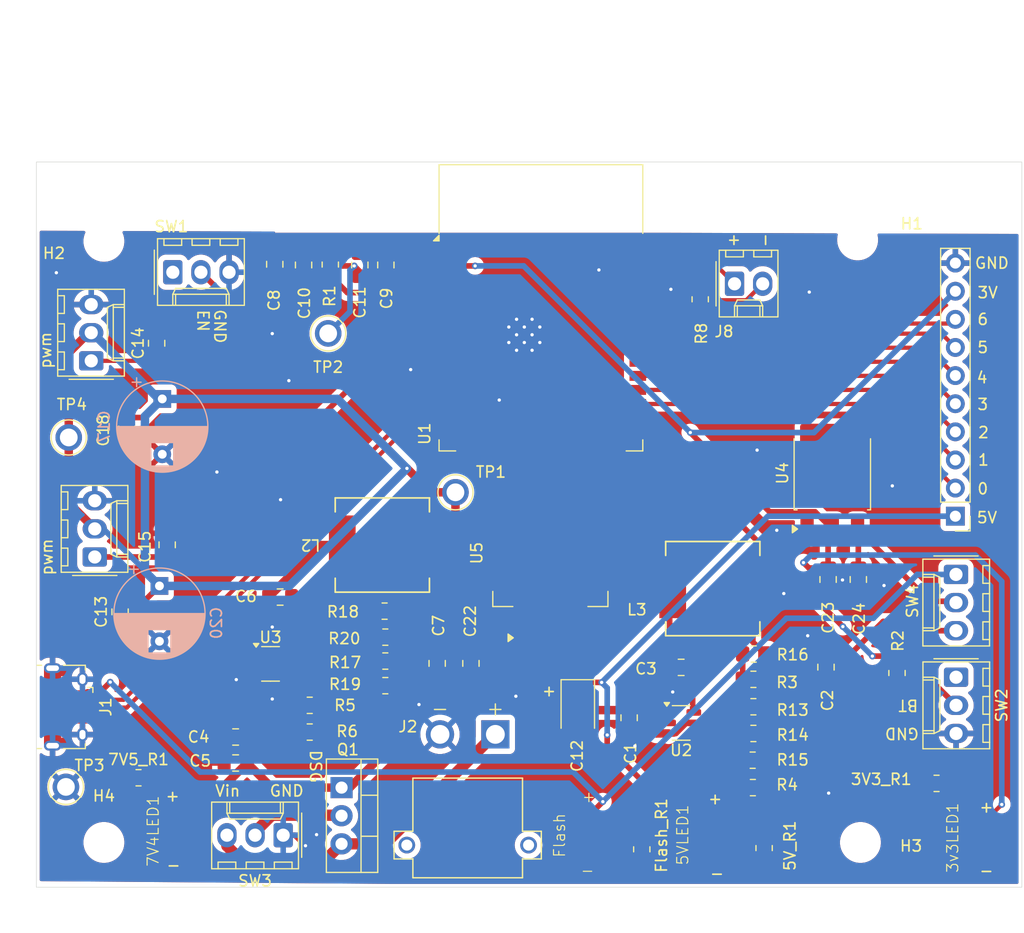
<source format=kicad_pcb>
(kicad_pcb (version 20240108) (generator "pcbnew") (generator_version "8.0")
  (layers (0 "F.Cu" signal) (31 "B.Cu" signal) (34 "B.Paste" user) (35 "F.Paste" user) (36 "B.SilkS" user "B.Silkscreen") (37 "F.SilkS" user "F.Silkscreen") (38 "B.Mask" user) (39 "F.Mask" user) (44 "Edge.Cuts" user))
  (net 0 "")
  (net 1 "+3.3V")
  (net 2 "Net-(3v3LED1-K)")
  (net 3 "+5V")
  (net 4 "Net-(5VLED1-K)")
  (net 5 "+7.5V")
  (net 6 "Net-(7V4LED1-K)")
  (net 7 "GND")
  (net 8 "Net-(U2-SW)")
  (net 9 "Net-(U2-VBST)")
  (net 10 "Net-(U3-VBST)")
  (net 11 "Net-(U3-SW)")
  (net 12 "/3v3Buckout")
  (net 13 "/EN")
  (net 14 "/USB_VDD")
  (net 15 "Net-(FlashLED1-K)")
  (net 16 "/D+")
  (net 17 "/D-")
  (net 18 "/Vin")
  (net 19 "/LED1")
  (net 20 "/pwm1")
  (net 21 "/pwm2")
  (net 22 "/IO0")
  (net 23 "/IO3")
  (net 24 "/IO2")
  (net 25 "/IO6")
  (net 26 "/IO4")
  (net 27 "/IO5")
  (net 28 "/IO1")
  (net 29 "Net-(J8-Pin_2)")
  (net 30 "/5VBuckout")
  (net 31 "Net-(SW2-B)")
  (net 32 "/Boot")
  (net 33 "Net-(U2-VFB)")
  (net 34 "Net-(U3-VFB)")
  (net 58 "/3v3Switchout")
  (net 59 "/Gate")
  (net 60 "Net-(R13-Pad1)")
  (net 61 "Net-(R13-Pad2)")
  (net 62 "Net-(R17-Pad2)")
  (net 63 "Net-(R17-Pad1)")
  (net 64 "/NC")
  (net 66 "unconnected-(U1-IO6-Pad6)")
  (footprint "Resistor_SMD:R_0805_2012Metric_Pad1.20x1.40mm_HandSolder" (layer "F.Cu") (at 122.4915 32.2625 -90)
    (property "Reference" "R1")
    (property "Value" "10k")
  )
  (footprint "Resistor_SMD:R_0805_2012Metric_Pad1.20x1.40mm_HandSolder" (layer "F.Cu") (at 155.9 35.4 -90)
    (property "Reference" "R8")
    (property "Value" "100")
  )
  (footprint "Resistor_SMD:R_0805_2012Metric_Pad1.20x1.40mm_HandSolder" (layer "F.Cu") (at 127.4605 65.913)
    (property "Reference" "R20")
    (property "Value" "R_5P1")
  )
  (footprint "Connector_Molex:Molex_KK-254_AE-6410-03A_1x03_P2.54mm_Vertical" (layer "F.Cu") (at 108.2675 32.9565)
    (property "Reference" "SW1")
    (property "Value" "Enable Switch" (hide yes))
  )
  (footprint "Resistor_SMD:R_0805_2012Metric_Pad1.20x1.40mm_HandSolder" (layer "F.Cu") (at 120.634 72.0725 180)
    (property "Reference" "R5")
    (property "Value" "R_5S2")
  )
  (footprint "Package_TO_SOT_SMD:TO-263-3_TabPin4" (layer "F.Cu") (at 142.367 58.323 90)
    (property "Reference" "U5")
    (property "Value" "MIC29300-5.0WU-TR")
  )
  (footprint "MountingHole:MountingHole_3.2mm_M3" (layer "F.Cu") (at 170.1165 30.0355)
    (property "Reference" "H1")
    (property "Value" "MountingHole" (hide yes))
  )
  (footprint "Capacitor_SMD:C_0805_2012Metric_Pad1.18x1.45mm_HandSolder" (layer "F.Cu") (at 125.1585 32.3 90)
    (property "Reference" "C11")
    (property "Value" "10uF")
  )
  (footprint "Connector_Molex:Molex_KK-254_AE-6410-02A_1x02_P2.54mm_Vertical" (layer "F.Cu") (at 159 34)
    (property "Reference" "J8")
    (property "Value" "LEDIO" (hide yes))
  )
  (footprint "Resistor_SMD:R_0805_2012Metric_Pad1.20x1.40mm_HandSolder" (layer "F.Cu") (at 127.397 63.5635 180)
    (property "Reference" "R18")
    (property "Value" "R_5S1")
  )
  (footprint "Personal:TP_5014" (layer "F.Cu") (at 98.8695 47.879)
    (property "Reference" "TP4")
    (property "Value" "MotorTP")
  )
  (footprint "Personal:TP_5014" (layer "F.Cu") (at 98.6155 79.4385)
    (property "Reference" "TP3")
    (property "Value" "GND")
  )
  (footprint "Capacitor_SMD:C_0805_2012Metric_Pad1.18x1.45mm_HandSolder" (layer "F.Cu") (at 113.9405 77.2795 180)
    (property "Reference" "C5")
    (property "Value" "10uF")
  )
  (footprint "Personal:IND_IHLP-3232DZ_VIS" (layer "F.Cu") (at 127.1905 57.5945 180)
    (property "Reference" "L2")
    (property "Value" "IHLP3232DZER3R3M01")
  )
  (footprint "Package_TO_SOT_SMD:SOT-23-6" (layer "F.Cu") (at 154.1835 73.66)
    (property "Reference" "U2")
    (property "Value" "TPS562201DDCR")
  )
  (footprint "Capacitor_SMD:C_0805_2012Metric_Pad1.18x1.45mm_HandSolder" (layer "F.Cu") (at 120.0785 32.3 90)
    (property "Reference" "C10")
    (property "Value" "1uF")
  )
  (footprint "Capacitor_SMD:C_0805_2012Metric_Pad1.18x1.45mm_HandSolder" (layer "F.Cu") (at 106.807 39.37 90)
    (property "Reference" "C14")
    (property "Value" "100nF")
  )
  (footprint "Resistor_SMD:R_0805_2012Metric_Pad1.20x1.40mm_HandSolder" (layer "F.Cu") (at 177.2445 79.121)
    (property "Reference" "3V3_R1")
    (property "Value" "60")
  )
  (footprint "Resistor_SMD:R_0805_2012Metric_Pad1.20x1.40mm_HandSolder" (layer "F.Cu") (at 150.622 85.074 -90)
    (property "Reference" "Flash_R1")
    (property "Value" "100")
  )
  (footprint "Resistor_SMD:R_0805_2012Metric_Pad1.20x1.40mm_HandSolder" (layer "F.Cu") (at 160.7025 74.6125)
    (property "Reference" "R14")
    (property "Value" "R_3p2")
  )
  (footprint "MountingHole:MountingHole_3.2mm_M3" (layer "F.Cu") (at 102.0445 30.1625)
    (property "Reference" "H2")
    (property "Value" "MountingHole" (hide yes))
  )
  (footprint "Capacitor_SMD:C_0805_2012Metric_Pad1.18x1.45mm_HandSolder" (layer "F.Cu") (at 104.1185 47.117 -90)
    (property "Reference" "C18")
    (property "Value" "1uF")
  )
  (footprint "Connector_Molex:Molex_KK-254_AE-6410-03A_1x03_P2.54mm_Vertical" (layer "F.Cu") (at 100.9015 40.9575 90)
    (property "Reference" "J4" (hide yes))
    (property "Value" "Servo1")
  )
  (footprint "Personal:TP_5014" (layer "F.Cu") (at 133.7945 52.832)
    (property "Reference" "TP1")
    (property "Value" "+5V")
  )
  (footprint "Personal:TP_5014" (layer "F.Cu") (at 122.301 38.481)
    (property "Reference" "TP2")
    (property "Value" "+3.3")
  )
  (footprint "Capacitor_SMD:C_0805_2012Metric_Pad1.18x1.45mm_HandSolder" (layer "F.Cu") (at 113.9405 74.93 180)
    (property "Reference" "C4")
    (property "Value" "100nF")
  )
  (footprint "Connector_Molex:Molex_KK-254_AE-6410-03A_1x03_P2.54mm_Vertical" (layer "F.Cu") (at 118.237 83.8 180)
    (property "Reference" "SW3")
    (property "Value" "On/Off")
  )
  (footprint "Resistor_SMD:R_0805_2012Metric_Pad1.20x1.40mm_HandSolder" (layer "F.Cu") (at 160.7025 72.1995)
    (property "Reference" "R13")
    (property "Value" "R_3p3")
  )
  (footprint "Capacitor_SMD:C_0805_2012Metric_Pad1.18x1.45mm_HandSolder" (layer "F.Cu") (at 154.178 68.6435 180)
    (property "Reference" "C3")
    (property "Value" "100nF")
  )
  (footprint "Resistor_SMD:R_0805_2012Metric_Pad1.20x1.40mm_HandSolder" (layer "F.Cu") (at 160.655 79.502)
    (property "Reference" "R4")
    (property "Value" "10k")
  )
  (footprint "Resistor_SMD:R_0805_2012Metric_Pad1.20x1.40mm_HandSolder" (layer "F.Cu") (at 127.4605 70.2945)
    (property "Reference" "R19")
    (property "Value" "R_5P3")
  )
  (footprint "Connector_PinHeader_2.54mm:PinHeader_1x10_P2.54mm_Vertical" (layer "F.Cu") (at 178.943 54.991 180)
    (property "Reference" "J7" (hide yes))
    (property "Value" "Extra GPIO")
  )
  (footprint "Package_TO_SOT_SMD:SOT-23-6" (layer "F.Cu") (at 117.094 68.326)
    (property "Reference" "U3")
    (property "Value" "TPS565201DDCR")
  )
  (footprint "Capacitor_SMD:C_0805_2012Metric_Pad1.18x1.45mm_HandSolder" (layer "F.Cu") (at 167.259 68.622 -90)
    (property "Reference" "C2")
    (property "Value" "22uF")
  )
  (footprint "Capacitor_SMD:C_0805_2012Metric_Pad1.18x1.45mm_HandSolder" (layer "F.Cu") (at 149.479 73.194 -90)
    (property "Reference" "C1")
    (property "Value" "10uF")
  )
  (footprint "LED_SMD:Gullwing_LED" (layer "F.Cu") (at 145.806 83.847 90)
    (property "Reference" "FlashLED1" (hide yes))
    (property "Value" "LED")
  )
  (footprint "MountingHole:MountingHole_3.2mm_M3" (layer "F.Cu") (at 170.3705 84.455)
    (property "Reference" "H3")
    (property "Value" "MountingHole" (hide yes))
  )
  (footprint "Personal:IND_IHLP-3232DZ_VIS" (layer "F.Cu") (at 157.0355 61.5315 180)
    (property "Reference" "L3")
    (property "Value" "IHLP3232DZER3R3M01")
  )
  (footprint "Connector_Molex:Molex_KK-254_AE-6410-03A_1x03_P2.54mm_Vertical" (layer "F.Cu") (at 101.219 58.674 90)
    (property "Reference" "J5" (hide yes))
    (property "Value" "Servo2")
  )
  (footprint "Resistor_SMD:R_0805_2012Metric_Pad1.20x1.40mm_HandSolder" (layer "F.Cu") (at 161.671 84.963 -90)
    (property "Reference" "5V_R1")
    (property "Value" "140")
  )
  (footprint "Capacitor_Tantalum_SMD:CP_EIA-3528-12_Kemet-T_Pad1.50x2.35mm_HandSolder" (layer "F.Cu") (at 144.8435 72.39 -90)
    (property "Reference" "C12")
    (property "Value" "15uF")
  )
  (footprint "Capacitor_SMD:C_0805_2012Metric_Pad1.18x1.45mm_HandSolder" (layer "F.Cu") (at 103.505 63.627 -90)
    (property "Reference" "C13")
    (property "Value" "1uF")
  )
  (footprint "Connector_Molex:Molex_KK-254_AE-6410-03A_1x03_P2.54mm_Vertical" (layer "F.Cu") (at 179 60.25 -90)
    (property "Reference" "SW4")
    (property "Value" "3v3Switch")
  )
  (footprint "Package_TO_SOT_THT:TO-220-3_Vertical" (layer "F.Cu") (at 123.5075 79.502 -90)
    (property "Reference" "Q1")
    (property "Value" "PMOS")
  )
  (footprint "Package_TO_SOT_SMD:TO-252-3_TabPin2" (layer "F.Cu") (at 167.8305 51.1075 90)
    (property "Reference" "U4")
    (property "Value" "AZ1117-3.3")
  )
  (footprint "Resistor_SMD:R_0805_2012Metric_Pad1.20x1.40mm_HandSolder" (layer "F.Cu") (at 120.634 74.4855)
    (property "Reference" "R6")
    (property "Value" "10k")
  )
  (footprint "LED_SMD:Gullwing_LED" (layer "F.Cu") (at 181.8005 84.1345 90)
    (property "Reference" "3v3LED1")
    (property "Value" "LED")
  )
  (footprint "Capacitor_SMD:C_0805_2012Metric_Pad1.18x1.45mm_HandSolder" (layer "F.Cu") (at 117.475 32.2365 90)
    (property "Reference" "C8")
    (property "Value" "100nF")
  )
  (footprint "Resistor_SMD:R_0805_2012Metric_Pad1.20x1.40mm_HandSolder" (layer "F.Cu") (at 105.172 78.613)
    (property "Reference" "7V5_R1")
    (property "Value" "260")
  )
  (footprint "Capacitor_SMD:C_0805_2012Metric_Pad1.18x1.45mm_HandSolder" (layer "F.Cu") (at 135.1915 68.284 -90)
    (property "Reference" "C22")
    (property "Value" "22uF")
  )
  (footprint "Personal:AMASS_XT30PW-M" (layer "F.Cu") (at 134.9 84.69425 180)
    (property "Reference" "J2")
    (property "Value" "XT30PW-M")
  )
  (footprint "MountingHole:MountingHole_3.2mm_M3" (layer "F.Cu") (at 102.0445 84.455)
    (property "Reference" "H4")
    (property "Value" "MountingHole" (hide yes))
  )
  (footprint "Connector_Molex:Molex_KK-254_AE-6410-03A_1x03_P2.54mm_Vertical" (layer "F.Cu") (at 179.0065 69.5325 -90)
    (property "Reference" "SW2")
    (property "Value" "Boot Switch" (hide yes))
  )
  (footprint "Connector_USB:USB_Micro-B_Amphenol_10118194-0001LF_Horizontal" (layer "F.Cu") (at 98.709 72.2155 -90)
    (property "Reference" "J1")
    (property "Value" "MicroUSB")
  )
  (footprint "Resistor_SMD:R_0805_2012Metric_Pad1.20x1.40mm_HandSolder" (layer "F.Cu") (at 127.4605 68.072)
    (property "Reference" "R17")
    (property "Value" "R_5P2")
  )
  (footprint "Resistor_SMD:R_0805_2012Metric_Pad1.20x1.40mm_HandSolder" (layer "F.Cu") (at 160.639 77.0255 180)
    (property "Reference" "R15")
    (property "Value" "R_3S2")
  )
  (footprint "Capacitor_SMD:C_0805_2012Metric_Pad1.18x1.45mm_HandSolder" (layer "F.Cu") (at 107.7595 57.573 90)
    (property "Reference" "C15")
    (property "Value" "100nF")
  )
  (footprint "Capacitor_SMD:C_0805_2012Metric_Pad1.18x1.45mm_HandSolder" (layer "F.Cu") (at 167.4495 60.706 -90)
    (property "Reference" "C23")
    (property "Value" "22uF")
  )
  (footprint "Capacitor_SMD:C_0805_2012Metric_Pad1.18x1.45mm_HandSolder" (layer "F.Cu") (at 170.18 60.706 -90)
    (property "Reference" "C24")
    (property "Value" "10uF")
  )
  (footprint "Resistor_SMD:R_0805_2012Metric_Pad1.20x1.40mm_HandSolder" (layer "F.Cu") (at 160.7345 67.437 180)
    (property "Reference" "R16")
    (property "Value" "R_3S1")
  )
  (footprint "Capacitor_SMD:C_0805_2012Metric_Pad1.18x1.45mm_HandSolder" (layer "F.Cu") (at 117.9615 62.2935)
    (property "Reference" "C6")
    (property "Value" "100nF")
  )
  (footprint "Capacitor_SMD:C_0805_2012Metric_Pad1.18x1.45mm_HandSolder" (layer "F.Cu") (at 127.508 32.3 90)
    (property "Reference" "C9")
    (property "Value" "100nF")
  )
  (footprint "LED_SMD:Gullwing_LED" (layer "F.Cu") (at 108.331 83.436 90)
    (property "Reference" "7V4LED1")
    (property "Value" "LED")
  )
  (footprint "Resistor_SMD:R_0805_2012Metric_Pad1.20x1.40mm_HandSolder" (layer "F.Cu") (at 173.6725 69.1515 90)
    (property "Reference" "R2")
    (property "Value" "100k")
  )
  (footprint "RF_Module:ESP32-S3-WROOM-1" (layer "F.Cu") (at 141.5145 36.145)
    (property "Reference" "U1")
    (property "Value" "ESP32-S3-WROOM-1")
  )
  (footprint "Resistor_SMD:R_0805_2012Metric_Pad1.20x1.40mm_HandSolder" (layer "F.Cu") (at 160.7025 69.723)
    (property "Reference" "R3")
    (property "Value" "R_3p1")
  )
  (footprint "LED_SMD:Gullwing_LED" (layer "F.Cu") (at 157.4165 83.8805 90)
    (property "Reference" "5VLED1")
    (property "Value" "LED")
  )
  (footprint "Capacitor_SMD:C_0805_2012Metric_Pad1.18x1.45mm_HandSolder" (layer "F.Cu") (at 132.1435 68.284 -90)
    (property "Reference" "C7")
    (property "Value" "22uF")
  )
  (footprint "Capacitor_THT:CP_Radial_D8.0mm_P5.00mm" (layer "B.Cu") (at 107.061 61.287849 -90)
    (property "Reference" "C20")
    (property "Value" "220uF")
  )
  (footprint "Capacitor_THT:CP_Radial_D8.0mm_P5.00mm" (layer "B.Cu") (at 107.315 44.396849 -90)
    (property "Reference" "C17")
    (property "Value" "220uF")
  )
  (gr_rect (start 95.9485 23) (end 184.9485 88.5) (stroke (width 0.05)) (fill none) (layer "Edge.Cuts"))
  (gr_text "Flash" (at 143.1925 83.82 90) (layer "F.SilkS") (effects (font (size 1 1) (thickness 0.1))))
  (gr_text "+" (at 145.161 80.899 0) (layer "F.SilkS") (effects (font (size 1 1) (thickness 0.1)) (justify left bottom)))
  (gr_text "-" (at 145.034 87.5665 0) (layer "F.SilkS") (effects (font (size 1 1) (thickness 0.1)) (justify left bottom)))
  (segment (start 125.1585 32.893) (end 125.1585 33.3375) (width 0.508) (layer "F.Cu") (net 1))
  (segment (start 167.4495 59.6685) (end 167.4495 56.5285) (width 0.508) (layer "F.Cu") (net 1))
  (segment (start 132.9945 32.385) (end 132.7645 32.155) (width 0.508) (layer "F.Cu") (net 1))
  (segment (start 128.6905 32.155) (end 127.508 33.3375) (width 0.508) (layer "F.Cu") (net 1))
  (segment (start 162.1625 54.5935) (end 155.0035 47.4345) (width 0.508) (layer "F.Cu") (net 1))
  (segment (start 122.4915 31.2625) (end 123.614 32.385) (width 0.508) (layer "F.Cu") (net 1))
  (segment (start 167.8305 56.1475) (end 166.2765 54.5935) (width 0.508) (layer "F.Cu") (net 1))
  (segment (start 123.614 32.385) (end 124.6505 32.385) (width 0.508) (layer "F.Cu") (net 1))
  (segment (start 166.2765 54.5935) (end 162.1625 54.5935) (width 0.508) (layer "F.Cu") (net 1))
  (segment (start 124.6505 32.385) (end 125.1585 32.893) (width 0.508) (layer "F.Cu") (net 1))
  (segment (start 165.7135 59.6685) (end 165.227 59.182) (width 0.508) (layer "F.Cu") (net 1))
  (segment (start 167.4495 56.5285) (end 167.8305 56.1475) (width 0.508) (layer "F.Cu") (net 1))
  (segment (start 127.508 33.3375) (end 125.1585 33.3375) (width 0.508) (layer "F.Cu") (net 1))
  (segment (start 181.8005 82.3595) (end 183.134 81.026) (width 0.381) (layer "F.Cu") (net 1))
  (segment (start 167.4495 59.6685) (end 165.7135 59.6685) (width 0.508) (layer "F.Cu") (net 1))
  (segment (start 135.5725 32.385) (end 132.9945 32.385) (width 0.508) (layer "F.Cu") (net 1))
  (segment (start 132.7645 32.155) (end 128.6905 32.155) (width 0.508) (layer "F.Cu") (net 1))
  (via (at 165.227 59.182) (size 0.6) (drill 0.3) (layers "F.Cu" "B.Cu") (net 1))
  (via (at 124.6505 32.385) (size 0.6) (drill 0.3) (layers "F.Cu" "B.Cu") (net 1))
  (via (at 155.0035 47.4345) (size 0.6) (drill 0.3) (layers "F.Cu" "B.Cu") (net 1))
  (via (at 183.134 81.026) (size 0.6) (drill 0.3) (layers "F.Cu" "B.Cu") (net 1))
  (via (at 135.5725 32.385) (size 0.6) (drill 0.3) (layers "F.Cu" "B.Cu") (net 1))
  (segment (start 165.909 58.5) (end 180.75 58.5) (width 0.508) (layer "B.Cu") (net 1))
  (segment (start 124.2695 32.766) (end 124.2695 36.5125) (width 0.508) (layer "B.Cu") (net 1))
  (segment (start 165.227 59.182) (end 165.909 58.5) (width 0.508) (layer "B.Cu") (net 1))
  (segment (start 180.75 58.5) (end 183.134 60.884) (width 0.508) (layer "B.Cu") (net 1))
  (segment (start 183.134 60.884) (end 183.134 81.026) (width 0.508) (layer "B.Cu") (net 1))
  (segment (start 166.1795 47.4345) (end 178.943 34.671) (width 0.508) (layer "B.Cu") (net 1))
  (segment (start 124.6505 32.385) (end 124.2695 32.766) (width 0.508) (layer "B.Cu") (net 1))
  (segment (start 155.0035 47.4345) (end 139.954 32.385) (width 0.508) (layer "B.Cu") (net 1))
  (segment (start 155.0035 47.4345) (end 166.1795 47.4345) (width 0.508) (layer "B.Cu") (net 1))
  (segment (start 124.2695 36.5125) (end 122.301 38.481) (width 0.508) (layer "B.Cu") (net 1))
  (segment (start 139.954 32.385) (end 135.5725 32.385) (width 0.508) (layer "B.Cu") (net 1))
  (segment (start 176.2445 79.121) (end 176.2445 80.3535) (width 0.381) (layer "F.Cu") (net 2))
  (segment (start 176.2445 80.3535) (end 181.8005 85.9095) (width 0.381) (layer "F.Cu") (net 2))
  (segment (start 98.8695 47.879) (end 98.8695 53.7845) (width 0.762) (layer "F.Cu") (net 3))
  (segment (start 153.8555 82.1055) (end 147.5 75.75) (width 0.508) (layer "F.Cu") (net 3))
  (segment (start 133.7945 52.832) (end 131.572 52.832) (width 0.762) (layer "F.Cu") (net 3))
  (segment (start 103.505 62.5895) (end 105.759349 62.5895) (width 0.508) (layer "F.Cu") (net 3))
  (segment (start 144.907 70.7015) (end 144.8435 70.765) (width 0.762) (layer "F.Cu") (net 3))
  (segment (start 144.907 65.973) (end 144.907 70.7015) (width 0.762) (layer "F.Cu") (net 3))
  (segment (start 131.572 52.832) (end 129.413 50.673) (width 0.762) (layer "F.Cu") (net 3))
  (segment (start 144.907 65.973) (end 144.907 63.673) (width 0.762) (layer "F.Cu") (net 3))
  (segment (start 105.759349 62.5895) (end 107.061 61.287849) (width 0.508) (layer "F.Cu") (net 3))
  (segment (start 147.5 75.75) (end 147.5 74.75) (width 0.508) (layer "F.Cu") (net 3))
  (segment (start 145.6085 70) (end 144.8435 70.765) (width 0.508) (layer "F.Cu") (net 3))
  (segment (start 147 70) (end 145.6085 70) (width 0.508) (layer "F.Cu") (net 3))
  (segment (start 98.8695 53.7845) (end 101.219 56.134) (width 0.762) (layer "F.Cu") (net 3))
  (segment (start 144.907 63.673) (end 143.338 62.104) (width 0.762) (layer "F.Cu") (net 3))
  (segment (start 98.8695 40.2245) (end 100.6765 38.4175) (width 0.762) (layer "F.Cu") (net 3))
  (segment (start 105.632349 46.0795) (end 107.315 44.396849) (width 0.508) (layer "F.Cu") (net 3))
  (segment (start 104.1185 46.0795) (end 105.632349 46.0795) (width 0.508) (layer "F.Cu") (net 3))
  (segment (start 143.338 62.104) (end 136.78 62.104) (width 0.762) (layer "F.Cu") (net 3))
  (segment (start 98.8695 47.879) (end 98.8695 40.2245) (width 0.762) (layer "F.Cu") (net 3))
  (segment (start 136.78 62.104) (end 133.7945 59.1185) (width 0.762) (layer "F.Cu") (net 3))
  (segment (start 100.6765 38.4175) (end 100.9015 38.4175) (width 0.762) (layer "F.Cu") (net 3))
  (segment (start 157.4165 82.1055) (end 153.8555 82.1055) (width 0.508) (layer "F.Cu") (net 3))
  (segment (start 133.7945 59.1185) (end 133.7945 52.832) (width 0.762) (layer "F.Cu") (net 3))
  (via (at 129.413 50.673) (size 0.6) (drill 0.3) (layers "F.Cu" "B.Cu") (net 3))
  (via (at 147.5 74.75) (size 0.6) (drill 0.3) (layers "F.Cu" "B.Cu") (net 3))
  (via (at 147 70) (size 0.6) (drill 0.3) (layers "F.Cu" "B.Cu") (net 3))
  (segment (start 162.009 54.991) (end 147 70) (width 0.508) (layer "B.Cu") (net 3))
  (segment (start 102.0575 56.1975) (end 100.5205 56.1975) (width 0.508) (layer "B.Cu") (net 3))
  (segment (start 147.5 74.75) (end 147.5 70.5) (width 0.508) (layer "B.Cu") (net 3))
  (segment (start 129.413 50.673) (end 123.136849 44.396849) (width 0.762) (layer "B.Cu") (net 3))
  (segment (start 147.5 70.5) (end 147 70) (width 0.508) (layer "B.Cu") (net 3))
  (segment (start 101.008638 38.4175) (end 100.9015 38.4175) (width 0.762) (layer "B.Cu") (net 3))
  (segment (start 107.315 44.396849) (end 106.987987 44.396849) (width 0.762) (layer "B.Cu") (net 3))
  (segment (start 107.061 61.287849) (end 105.75 59.976849) (width 0.762) (layer "B.Cu") (net 3))
  (segment (start 107.061 61.201) (end 102.0575 56.1975) (width 0.508) (layer "B.Cu") (net 3))
  (segment (start 123.136849 44.396849) (end 107.315 44.396849) (width 0.762) (layer "B.Cu") (net 3))
  (segment (start 105.75 59.976849) (end 105.75 45.961849) (width 0.762) (layer "B.Cu") (net 3))
  (segment (start 178.943 54.991) (end 162.009 54.991) (width 0.508) (layer "B.Cu") (net 3))
  (segment (start 118.798151 61.287849) (end 107.061 61.287849) (width 0.762) (layer "B.Cu") (net 3))
  (segment (start 106.987987 44.396849) (end 101.008638 38.4175) (width 0.762) (layer "B.Cu") (net 3))
  (segment (start 129.413 50.673) (end 118.798151 61.287849) (width 0.762) (layer "B.Cu") (net 3))
  (segment (start 105.75 45.961849) (end 107.315 44.396849) (width 0.762) (layer "B.Cu") (net 3))
  (segment (start 107.061 61.287849) (end 107.061 61.201) (width 0.508) (layer "B.Cu") (net 3))
  (segment (start 157.4165 85.6555) (end 159.9785 85.6555) (width 0.508) (layer "F.Cu") (net 4))
  (segment (start 159.9785 85.6555) (end 161.671 83.963) (width 0.508) (layer "F.Cu") (net 4))
  (segment (start 131.243555 72.502368) (end 149.133132 72.502368) (width 0.762) (layer "F.Cu") (net 5))
  (segment (start 116.527342 69.276) (end 115.9565 69.276) (width 0.508) (layer "F.Cu") (net 5))
  (segment (start 154.658501 73.66) (end 153.708501 74.61) (width 0.508) (layer "F.Cu") (net 5))
  (segment (start 153.708501 74.61) (end 153.046 74.61) (width 0.508) (layer "F.Cu") (net 5))
  (segment (start 151.9325 74.61) (end 153.046 74.61) (width 0.762) (layer "F.Cu") (net 5))
  (segment (start 153.046 74.61) (end 153.046 74.814) (width 0.508) (layer "F.Cu") (net 5))
  (segment (start 124.243923 79.502) (end 131.243555 72.502368) (width 0.762) (layer "F.Cu") (net 5))
  (segment (start 118.2315 68.326) (end 117.477342 68.326) (width 0.508) (layer "F.Cu") (net 5))
  (segment (start 149.479 72.1565) (end 151.9325 74.61) (width 0.762) (layer "F.Cu") (net 5))
  (segment (start 155.321 73.66) (end 154.658501 73.66) (width 0.508) (layer "F.Cu") (net 5))
  (segment (start 123.5075 79.502) (end 124.243923 79.502) (width 0.762) (layer "F.Cu") (net 5))
  (segment (start 110.5965 81.661) (end 108.331 81.661) (width 0.762) (layer "F.Cu") (net 5))
  (segment (start 117.2005 79.502) (end 114.978 77.2795) (width 0.762) (layer "F.Cu") (net 5))
  (segment (start 117.477342 68.326) (end 116.527342 69.276) (width 0.508) (layer "F.Cu") (net 5))
  (segment (start 123.5075 79.502) (end 117.2005 79.502) (width 0.762) (layer "F.Cu") (net 5))
  (segment (start 115.9565 73.9515) (end 114.978 74.93) (width 0.762) (layer "F.Cu") (net 5))
  (segment (start 149.133132 72.502368) (end 149.479 72.1565) (width 0.762) (layer "F.Cu") (net 5))
  (segment (start 115.9565 69.276) (end 115.9565 73.9515) (width 0.762) (layer "F.Cu") (net 5))
  (segment (start 114.978 77.2795) (end 114.978 74.93) (width 0.762) (layer "F.Cu") (net 5))
  (segment (start 114.978 77.2795) (end 110.5965 81.661) (width 0.762) (layer "F.Cu") (net 5))
  (segment (start 104.172 78.613) (end 104.172 81.052) (width 0.381) (layer "F.Cu") (net 6))
  (segment (start 104.172 81.052) (end 108.331 85.211) (width 0.381) (layer "F.Cu") (net 6))
  (segment (start 115.9565 67.376) (end 115.9565 66.2935) (width 0.508) (layer "F.Cu") (net 7))
  (segment (start 167.4495 61.7435) (end 167.7565 61.7435) (width 0.508) (layer "F.Cu") (net 7))
  (segment (start 149.479 75.229) (end 150 75.75) (width 0.2) (layer "F.Cu") (net 7))
  (segment (start 167.4495 61.7435) (end 170.18 61.7435) (width 0.508) (layer "F.Cu") (net 7))
  (segment (start 118.237 83.8) (end 119.3 83.8) (width 0.508) (layer "F.Cu") (net 7))
  (segment (start 167.7565 61.7435) (end 168.75 60.75) (width 0.508) (layer "F.Cu") (net 7))
  (segment (start 119.3 83.8) (end 120.25 84.75) (width 0.508) (layer "F.Cu") (net 7))
  (segment (start 115.9565 66.2935) (end 117.25 65) (width 0.508) (layer "F.Cu") (net 7))
  (segment (start 149.479 74.2315) (end 149.479 75.229) (width 0.2) (layer "F.Cu") (net 7))
  (segment (start 169.7435 61.7435) (end 168.75 60.75) (width 0.508) (layer "F.Cu") (net 7))
  (segment (start 153.046 72.71) (end 153.046 71.236) (width 0.508) (layer "F.Cu") (net 7))
  (segment (start 170.18 61.7435) (end 169.7435 61.7435) (width 0.508) (layer "F.Cu") (net 7))
  (segment (start 153.046 71.236) (end 153.416 70.866) (width 0.508) (layer "F.Cu") (net 7))
  (via (at 161.036 49.022) (size 0.6) (drill 0.3) (layers "F.Cu" "B.Cu") (net 7))
  (via (at 97.75 33) (size 0.6) (drill 0.3) (layers "F.Cu" "B.Cu") (net 7))
  (via (at 165.608 65.786) (size 0.6) (drill 0.3) (layers "F.Cu" "B.Cu") (net 7))
  (via (at 118.75 42.75) (size 0.6) (drill 0.3) (layers "F.Cu" "B.Cu") (net 7))
  (via (at 173.25 52.25) (size 0.6) (drill 0.3) (layers "F.Cu" "B.Cu") (net 7))
  (via (at 153.25 34.5) (size 0.6) (drill 0.3) (layers "F.Cu" "B.Cu") (net 7))
  (via (at 167.5 80) (size 0.6) (drill 0.3) (layers "F.Cu" "B.Cu") (net 7))
  (via (at 117.25 71.5) (size 0.6) (drill 0.3) (layers "F.Cu" "B.Cu") (net 7))
  (via (at 153.416 70.866) (size 0.6) (drill 0.3) (layers "F.Cu" "B.Cu") (net 7))
  (via (at 117.25 38.5) (size 0.6) (drill 0.3) (layers "F.Cu" "B.Cu") (net 7))
  (via (at 165.75 34.75) (size 0.6) (drill 0.3) (layers "F.Cu" "B.Cu") (net 7))
  (via (at 146.75 32.75) (size 0.6) (drill 0.3) (layers "F.Cu" "B.Cu") (net 7))
  (via (at 117.25 65) (size 0.6) (drill 0.3) (layers "F.Cu" "B.Cu") (net 7))
  (via (at 121.25 83.75) (size 0.6) (drill 0.3) (layers "F.Cu" "B.Cu") (net 7))
  (via (at 163.449 61.976) (size 0.6) (drill 0.3) (layers "F.Cu" "B.Cu") (net 7))
  (via (at 150 75.75) (size 0.6) (drill 0.3) (layers "F.Cu" "B.Cu") (net 7))
  (via (at 172.5 61.25) (size 0.6) (drill 0.3) (layers "F.Cu" "B.Cu") (net 7))
  (via (at 129.75 41.75) (size 0.6) (drill 0.3) (layers "F.Cu" "B.Cu") (net 7))
  (via (at 112.25 51) (size 0.6) (drill 0.3) (layers "F.Cu" "B.Cu") (net 7))
  (via (at 120.25 84.75) (size 0.6) (drill 0.3) (layers "F.Cu" "B.Cu") (net 7))
  (via (at 130.5 72) (size 0.6) (drill 0.3) (layers "F.Cu" "B.Cu") (net 7))
  (via (at 118 53.5) (size 0.6) (drill 0.3) (layers "F.Cu" "B.Cu") (net 7))
  (via (at 114 69.75) (size 0.6) (drill 0.3) (layers "F.Cu" "B.Cu") (net 7))
  (via (at 139.25 71.25) (size 0.6) (drill 0.3) (layers "F.Cu" "B.Cu") (net 7))
  (via (at 168.75 60.75) (size 0.6) (drill 0.3) (layers "F.Cu" "B.Cu") (net 7))
  (via (at 162.814 56.261) (size 0.6) (drill 0.3) (layers "F.Cu" "B.Cu") (net 7))
  (via (at 137.75 44.5) (size 0.6) (drill 0.3) (layers "F.Cu" "B.Cu") (net 7))
  (segment (start 150 75.75) (end 150 74.282) (width 0.2) (layer "B.Cu") (net 7))
  (segment (start 150 74.282) (end 153.416 70.866) (width 0.2) (layer "B.Cu") (net 7))
  (segment (start 153.1405 61.807) (end 153.416 61.5315) (width 0.508) (layer "F.Cu") (net 8))
  (segment (start 153.046 73.66) (end 152.475158 73.66) (width 0.508) (layer "F.Cu") (net 8))
  (segment (start 151.892 69.892) (end 153.1405 68.6435) (width 0.508) (layer "F.Cu") (net 8))
  (segment (start 153.1405 68.6435) (end 153.1405 61.807) (width 0.508) (layer "F.Cu") (net 8))
  (segment (start 152.475158 73.66) (end 151.892 73.076842) (width 0.508) (layer "F.Cu") (net 8))
  (segment (start 151.892 73.076842) (end 151.892 69.892) (width 0.508) (layer "F.Cu") (net 8))
  (segment (start 155.2155 72.6045) (end 155.321 72.71) (width 0.508) (layer "F.Cu") (net 9))
  (segment (start 155.2155 68.6435) (end 155.2155 72.6045) (width 0.508) (layer "F.Cu") (net 9))
  (segment (start 118.999 62.2935) (end 118.999 66.6085) (width 0.508) (layer "F.Cu") (net 10))
  (segment (start 118.999 66.6085) (end 118.2315 67.376) (width 0.508) (layer "F.Cu") (net 10))
  (segment (start 116.924 62.2935) (end 114.713 64.5045) (width 0.762) (layer "F.Cu") (net 11))
  (segment (start 114.713 68.0405) (end 114.9865 68.314) (width 0.762) (layer "F.Cu") (net 11))
  (segment (start 116.924 62.2935) (end 121.623 57.5945) (width 0.762) (layer "F.Cu") (net 11))
  (segment (start 121.623 57.5945) (end 123.571 57.5945) (width 0.762) (layer "F.Cu") (net 11))
  (segment (start 114.9865 68.314) (end 115.9565 68.314) (width 0.762) (layer "F.Cu") (net 11))
  (segment (start 114.713 64.5045) (end 114.713 68.0405) (width 0.762) (layer "F.Cu") (net 11))
  (segment (start 160.655 66.3575) (end 161.7345 67.437) (width 0.508) (layer "F.Cu") (net 12))
  (segment (start 172.4185 64.5) (end 169.334 67.5845) (width 0.508) (layer "F.Cu") (net 12))
  (segment (start 169.334 67.5845) (end 167.259 67.5845) (width 0.508) (layer "F.Cu") (net 12))
  (segment (start 177.08 65.33) (end 179 65.33) (width 0.508) (layer "F.Cu") (net 12))
  (segment (start 161.7345 67.437) (end 167.1115 67.437) (width 0.508) (layer "F.Cu") (net 12))
  (segment (start 174.25 64.5) (end 176.25 64.5) (width 0.508) (layer "F.Cu") (net 12))
  (segment (start 176.25 64.5) (end 177.08 65.33) (width 0.508) (layer "F.Cu") (net 12))
  (segment (start 167.1115 67.437) (end 167.259 67.5845) (width 0.508) (layer "F.Cu") (net 12))
  (segment (start 174.25 64.5) (end 172.4185 64.5) (width 0.508) (layer "F.Cu") (net 12))
  (segment (start 160.655 61.5315) (end 160.655 66.3575) (width 0.508) (layer "F.Cu") (net 12))
  (segment (start 122.4165 33.3375) (end 122.4915 33.2625) (width 0.508) (layer "F.Cu") (net 13))
  (segment (start 120.0785 33.3375) (end 122.4165 33.3375) (width 0.508) (layer "F.Cu") (net 13))
  (segment (start 115.316 35.179) (end 113.03 35.179) (width 0.508) (layer "F.Cu") (net 13))
  (segment (start 117.221 33.274) (end 115.316 35.179) (width 0.508) (layer "F.Cu") (net 13))
  (segment (start 130.5535 34.798) (end 131.9265 33.425) (width 0.508) (layer "F.Cu") (net 13))
  (segment (start 113.03 35.179) (end 110.8075 32.9565) (width 0.508) (layer "F.Cu") (net 13))
  (segment (start 122.4915 33.2625) (end 124.027 34.798) (width 0.508) (layer "F.Cu") (net 13))
  (segment (start 131.9265 33.425) (end 132.7645 33.425) (width 0.508) (layer "F.Cu") (net 13))
  (segment (start 117.475 33.274) (end 117.221 33.274) (width 0.508) (layer "F.Cu") (net 13))
  (segment (start 117.475 33.274) (end 120.015 33.274) (width 0.508) (layer "F.Cu") (net 13))
  (segment (start 124.027 34.798) (end 130.5535 34.798) (width 0.508) (layer "F.Cu") (net 13))
  (segment (start 120.015 33.274) (end 120.0785 33.3375) (width 0.508) (layer "F.Cu") (net 13))
  (segment (start 99.324056 70.9155) (end 100.0455 70.9155) (width 0.381) (layer "F.Cu") (net 14))
  (segment (start 145.806 82.072) (end 147.106 80.772) (width 0.508) (layer "F.Cu") (net 14))
  (segment (start 100.559483 70.8615) (end 100.509483 70.9115) (width 0.508) (layer "F.Cu") (net 14))
  (segment (start 102.616 69.977) (end 101.7315 70.8615) (width 0.508) (layer "F.Cu") (net 14))
  (segment (start 101.7315 70.8615) (end 100.559483 70.8615) (width 0.508) (layer "F.Cu") (net 14))
  (segment (start 100.509483 70.9115) (end 100.0455 70.9115) (width 0.508) (layer "F.Cu") (net 14))
  (via (at 102.616 69.977) (size 0.6) (drill 0.3) (layers "F.Cu" "B.Cu") (net 14))
  (via (at 147.106 80.772) (size 0.6) (drill 0.3) (layers "F.Cu" "B.Cu") (net 14))
  (segment (start 147.106 80.772) (end 144.4295 78.0955) (width 0.508) (layer "B.Cu") (net 14))
  (segment (start 163.6715 64.2065) (end 171.5435 64.2065) (width 0.508) (layer "B.Cu") (net 14))
  (segment (start 175.5 60.25) (end 179 60.25) (width 0.508) (layer "B.Cu") (net 14))
  (segment (start 147.106 80.772) (end 163.6715 64.2065) (width 0.508) (layer "B.Cu") (net 14))
  (segment (start 171.5435 64.2065) (end 175.5 60.25) (width 0.508) (layer "B.Cu") (net 14))
  (segment (start 144.4295 78.0955) (end 110.7345 78.0955) (width 0.508) (layer "B.Cu") (net 14))
  (segment (start 110.7345 78.0955) (end 102.616 69.977) (width 0.508) (layer "B.Cu") (net 14))
  (segment (start 145.806 85.622) (end 148.217 85.622) (width 0.508) (layer "F.Cu") (net 15))
  (segment (start 148.217 85.622) (end 149.765 84.074) (width 0.508) (layer "F.Cu") (net 15))
  (segment (start 149.765 84.074) (end 150.622 84.074) (width 0.508) (layer "F.Cu") (net 15))
  (segment (start 104.110764 72.2775) (end 100.918746 72.2775) (width 0.381) (layer "F.Cu") (net 16))
  (segment (start 132.7645 47.395) (end 128.993264 47.395) (width 0.381) (layer "F.Cu") (net 16))
  (segment (start 128.993264 47.395) (end 104.110764 72.2775) (width 0.381) (layer "F.Cu") (net 16))
  (segment (start 129.262 46.125) (end 103.8175 71.5695) (width 0.381) (layer "F.Cu") (net 17))
  (segment (start 132.7645 46.125) (end 129.262 46.125) (width 0.381) (layer "F.Cu") (net 17))
  (segment (start 103.8175 71.5695) (end 100.852746 71.5695) (width 0.381) (layer "F.Cu") (net 17))
  (segment (start 114.681 86.2965) (end 113.157 84.7725) (width 1.016) (layer "F.Cu") (net 18))
  (segment (start 137.332419 74.69425) (end 127.444669 84.582) (width 1.016) (layer "F.Cu") (net 18))
  (segment (start 127.444669 84.582) (end 123.5075 84.582) (width 1.016) (layer "F.Cu") (net 18))
  (segment (start 123.5075 84.582) (end 121.793 86.2965) (width 1.016) (layer "F.Cu") (net 18))
  (segment (start 137.4 74.69425) (end 137.332419 74.69425) (width 1.016) (layer "F.Cu") (net 18))
  (segment (start 121.793 86.2965) (end 114.681 86.2965) (width 1.016) (layer "F.Cu") (net 18))
  (segment (start 113.157 84.7725) (end 113.157 83.8) (width 1.016) (layer "F.Cu") (net 18))
  (segment (start 150.2645 32.155) (end 157.155 32.155) (width 0.381) (layer "F.Cu") (net 19))
  (segment (start 157.155 32.155) (end 159 34) (width 0.381) (layer "F.Cu") (net 19))
  (segment (start 132.7645 34.695) (end 131.9265 34.695) (width 0.508) (layer "F.Cu") (net 20))
  (segment (start 132.0535 34.695) (end 132.7645 34.695) (width 0.381) (layer "F.Cu") (net 20))
  (segment (start 125.791 40.9575) (end 132.0535 34.695) (width 0.381) (layer "F.Cu") (net 20))
  (segment (start 100.9015 40.9575) (end 125.791 40.9575) (width 0.381) (layer "F.Cu") (net 20))
  (segment (start 107.7595 58.6105) (end 107.2515 58.6105) (width 0.508) (layer "F.Cu") (net 21))
  (segment (start 132.7645 35.965) (end 131.69496 35.965) (width 0.508) (layer "F.Cu") (net 21))
  (segment (start 132.7645 35.965) (end 132.5005 35.965) (width 0.508) (layer "F.Cu") (net 21))
  (segment (start 109.04946 58.6105) (end 107.7595 58.6105) (width 0.508) (layer "F.Cu") (net 21))
  (segment (start 132.5005 35.965) (end 132.3975 36.068) (width 0.508) (layer "F.Cu") (net 21))
  (segment (start 131.69496 35.965) (end 109.04946 58.6105) (width 0.508) (layer "F.Cu") (net 21))
  (segment (start 107.188 58.674) (end 101.219 58.674) (width 0.508) (layer "F.Cu") (net 21))
  (segment (start 107.2515 58.6105) (end 107.188 58.674) (width 0.508) (layer "F.Cu") (net 21))
  (segment (start 171.347 44.855) (end 178.943 52.451) (width 0.381) (layer "F.Cu") (net 22))
  (segment (start 150.2645 44.855) (end 171.347 44.855) (width 0.381) (layer "F.Cu") (net 22))
  (segment (start 150.2645 41.045) (end 175.157 41.045) (width 0.381) (layer "F.Cu") (net 23))
  (segment (start 175.157 41.045) (end 178.943 44.831) (width 0.381) (layer "F.Cu") (net 23))
  (segment (start 173.887 42.315) (end 178.943 47.371) (width 0.381) (layer "F.Cu") (net 24))
  (segment (start 150.2645 42.315) (end 173.887 42.315) (width 0.381) (layer "F.Cu") (net 24))
  (segment (start 150.6215 37.592) (end 178.562 37.592) (width 0.381) (layer "F.Cu") (net 25))
  (segment (start 150.2645 37.235) (end 150.6215 37.592) (width 0.381) (layer "F.Cu") (net 25))
  (segment (start 178.562 37.592) (end 178.943 37.211) (width 0.381) (layer "F.Cu") (net 25))
  (segment (start 176.427 39.775) (end 178.943 42.291) (width 0.381) (layer "F.Cu") (net 26))
  (segment (start 150.2645 39.775) (end 176.427 39.775) (width 0.381) (layer "F.Cu") (net 26))
  (segment (start 150.2645 38.505) (end 177.697 38.505) (width 0.381) (layer "F.Cu") (net 27))
  (segment (start 177.697 38.505) (end 178.943 39.751) (width 0.381) (layer "F.Cu") (net 27))
  (segment (start 150.2645 43.585) (end 172.617 43.585) (width 0.381) (layer "F.Cu") (net 28))
  (segment (start 172.617 43.585) (end 178.943 49.911) (width 0.381) (layer "F.Cu") (net 28))
  (segment (start 156.9855 35.4855) (end 160.0545 35.4855) (width 0.381) (layer "F.Cu") (net 29))
  (segment (start 155.9 34.4) (end 156.9855 35.4855) (width 0.381) (layer "F.Cu") (net 29))
  (segment (start 160.0545 35.4855) (end 161.229171 34.310829) (width 0.381) (layer "F.Cu") (net 29))
  (segment (start 156.4 34) (end 156.3 34.1) (width 0.381) (layer "F.Cu") (net 29))
  (segment (start 156.3 34) (end 155.9 34.4) (width 0.381) (layer "F.Cu") (net 29))
  (segment (start 139.827 65.973) (end 136.465 65.973) (width 0.762) (layer "F.Cu") (net 30))
  (segment (start 128.397 63.5635) (end 128.4605 63.5635) (width 0.762) (layer "F.Cu") (net 30))
  (segment (start 130.81 61.1505) (end 128.397 63.5635) (width 0.762) (layer "F.Cu") (net 30))
  (segment (start 136.465 65.973) (end 135.1915 67.2465) (width 0.762) (layer "F.Cu") (net 30))
  (segment (start 130.81 57.5945) (end 130.81 61.1505) (width 0.762) (layer "F.Cu") (net 30))
  (segment (start 128.4605 63.5635) (end 132.1435 67.2465) (width 0.762) (layer "F.Cu") (net 30))
  (segment (start 135.0645 67.2465) (end 135.1915 67.1195) (width 0.762) (layer "F.Cu") (net 30))
  (segment (start 132.1435 67.2465) (end 135.0645 67.2465) (width 0.762) (layer "F.Cu") (net 30))
  (segment (start 177.0855 70.1515) (end 179.0065 72.0725) (width 0.508) (layer "F.Cu") (net 31))
  (segment (start 173.6725 70.1515) (end 177.0855 70.1515) (width 0.508) (layer "F.Cu") (net 31))
  (segment (start 150.2645 47.395) (end 151.2175 47.395) (width 0.508) (layer "F.Cu") (net 32))
  (segment (start 171.45 67.6275) (end 173.1485 67.6275) (width 0.508) (layer "F.Cu") (net 32))
  (segment (start 151.2175 47.395) (end 168.783 64.9605) (width 0.508) (layer "F.Cu") (net 32))
  (segment (start 173.1485 67.6275) (end 173.6725 68.1515) (width 0.508) (layer "F.Cu") (net 32))
  (via (at 171.45 67.6275) (size 0.6) (drill 0.3) (layers "F.Cu" "B.Cu") (net 32))
  (via (at 168.783 64.9605) (size 0.6) (drill 0.3) (layers "F.Cu" "B.Cu") (net 32))
  (segment (start 168.783 64.9605) (end 171.45 67.6275) (width 0.508) (layer "B.Cu") (net 32))
  (segment (start 159.655 77.0415) (end 159.639 77.0255) (width 0.508) (layer "F.Cu") (net 33))
  (segment (start 155.321 74.61) (end 157.2235 74.61) (width 0.508) (layer "F.Cu") (net 33))
  (segment (start 157.2235 74.61) (end 159.639 77.0255) (width 0.508) (layer "F.Cu") (net 33))
  (segment (start 159.655 79.502) (end 159.655 77.0415) (width 0.508) (layer "F.Cu") (net 33))
  (segment (start 118.2315 70.67) (end 119.634 72.0725) (width 0.508) (layer "F.Cu") (net 34))
  (segment (start 119.634 74.4855) (end 119.634 72.0725) (width 0.508) (layer "F.Cu") (net 34))
  (segment (start 118.2315 69.276) (end 118.2315 70.67) (width 0.508) (layer "F.Cu") (net 34))
  (segment (start 176.6375 62.6745) (end 179.0065 62.6745) (width 0.508) (layer "F.Cu") (net 58))
  (segment (start 170.18 56.217) (end 170.1105 56.1475) (width 0.508) (layer "F.Cu") (net 58))
  (segment (start 170.1105 56.1475) (end 176.6375 62.6745) (width 0.508) (layer "F.Cu") (net 58))
  (segment (start 170.18 59.6685) (end 170.18 56.217) (width 0.508) (layer "F.Cu") (net 58))
  (segment (start 170.1105 56.1475) (end 170.1105 57.2475) (width 0.508) (layer "F.Cu") (net 58))
  (segment (start 115.697 83.8) (end 115.697 83.513256) (width 1.016) (layer "F.Cu") (net 59))
  (segment (start 123.4625 81.997) (end 123.5075 82.042) (width 1.016) (layer "F.Cu") (net 59))
  (segment (start 115.697 83.513256) (end 117.213256 81.997) (width 1.016) (layer "F.Cu") (net 59))
  (segment (start 117.213256 81.997) (end 123.4625 81.997) (width 1.016) (layer "F.Cu") (net 59))
  (segment (start 159.7025 72.1995) (end 159.7025 69.723) (width 0.508) (layer "F.Cu") (net 60))
  (segment (start 159.7345 67.437) (end 159.7345 69.691) (width 0.508) (layer "F.Cu") (net 60))
  (segment (start 159.7345 69.691) (end 159.7025 69.723) (width 0.508) (layer "F.Cu") (net 60))
  (segment (start 159.7025 74.6125) (end 159.7025 72.1995) (width 0.508) (layer "F.Cu") (net 60))
  (segment (start 161.7025 74.6125) (end 161.7025 72.1995) (width 0.508) (layer "F.Cu") (net 61))
  (segment (start 161.639 77.0255) (end 161.639 74.676) (width 0.508) (layer "F.Cu") (net 61))
  (segment (start 161.7025 69.723) (end 161.7025 72.1995) (width 0.508) (layer "F.Cu") (net 61))
  (segment (start 161.639 74.676) (end 161.7025 74.6125) (width 0.508) (layer "F.Cu") (net 61))
  (segment (start 128.4605 70.2945) (end 126.6825 72.0725) (width 0.508) (layer "F.Cu") (net 62))
  (segment (start 128.4605 65.913) (end 128.4605 68.072) (width 0.508) (layer "F.Cu") (net 62))
  (segment (start 126.6825 72.0725) (end 121.634 72.0725) (width 0.508) (layer "F.Cu") (net 62))
  (segment (start 128.4605 68.072) (end 128.4605 70.2945) (width 0.508) (layer "F.Cu") (net 62))
  (segment (start 126.4605 65.913) (end 126.4605 68.072) (width 0.508) (layer "F.Cu") (net 63))
  (segment (start 126.4605 68.072) (end 126.4605 69.5865) (width 0.508) (layer "F.Cu") (net 63))
  (segment (start 126.4605 65.913) (end 126.4605 63.627) (width 0.508) (layer "F.Cu") (net 63))
  (segment (start 126.4605 63.627) (end 126.397 63.5635) (width 0.508) (layer "F.Cu") (net 63))
  (segment (start 132.7645 37.235) (end 132.0535 37.235) (width 0.381) (layer "F.Cu") (net 66))
  (zone (net 7) (net_name "GND") (layers "F&B.Cu") (connect_pads (clearance 0.5)) (min_thickness 0.25) (fill yes (thermal_gap 0.5) (thermal_bridge_width 0.5))
    (polygon (pts (xy 185 29.5) (xy 96 29.21) (xy 96.139 87.9475) (xy 184.8485 88.646)))
  )
)
</source>
